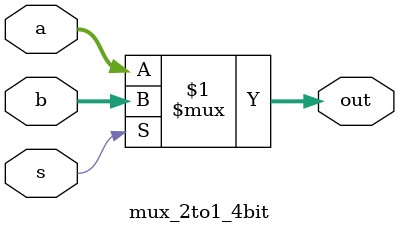
<source format=v>
module mux_2to1_4bit(a, b, s, out);
	input [3:0] a, b;
	input s;
	output [3:0] out;
	
	assign out = s ? b : a;
	
endmodule

</source>
